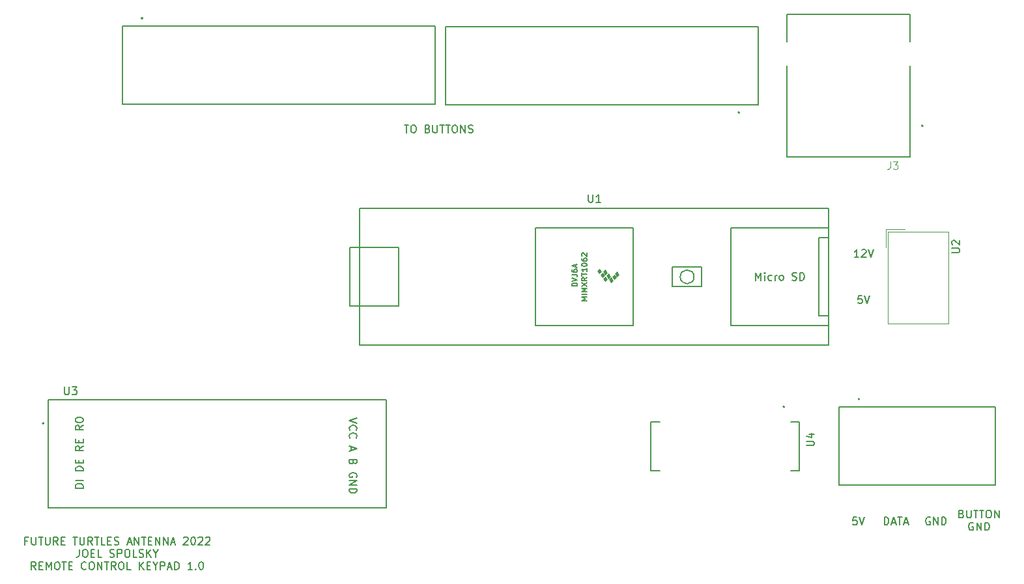
<source format=gbr>
G04 #@! TF.GenerationSoftware,KiCad,Pcbnew,(6.0.5-0)*
G04 #@! TF.CreationDate,2022-05-20T18:14:10-04:00*
G04 #@! TF.ProjectId,AntennaRemoteButtons,416e7465-6e6e-4615-9265-6d6f74654275,rev?*
G04 #@! TF.SameCoordinates,Original*
G04 #@! TF.FileFunction,Legend,Top*
G04 #@! TF.FilePolarity,Positive*
%FSLAX46Y46*%
G04 Gerber Fmt 4.6, Leading zero omitted, Abs format (unit mm)*
G04 Created by KiCad (PCBNEW (6.0.5-0)) date 2022-05-20 18:14:10*
%MOMM*%
%LPD*%
G01*
G04 APERTURE LIST*
%ADD10C,0.150000*%
%ADD11C,0.015000*%
%ADD12C,0.127000*%
%ADD13C,0.200000*%
%ADD14C,0.120000*%
%ADD15C,0.100000*%
G04 APERTURE END LIST*
D10*
X87147619Y-82371428D02*
X86147619Y-82704761D01*
X87147619Y-83038095D01*
X86242857Y-83942857D02*
X86195238Y-83895238D01*
X86147619Y-83752380D01*
X86147619Y-83657142D01*
X86195238Y-83514285D01*
X86290476Y-83419047D01*
X86385714Y-83371428D01*
X86576190Y-83323809D01*
X86719047Y-83323809D01*
X86909523Y-83371428D01*
X87004761Y-83419047D01*
X87100000Y-83514285D01*
X87147619Y-83657142D01*
X87147619Y-83752380D01*
X87100000Y-83895238D01*
X87052380Y-83942857D01*
X86242857Y-84942857D02*
X86195238Y-84895238D01*
X86147619Y-84752380D01*
X86147619Y-84657142D01*
X86195238Y-84514285D01*
X86290476Y-84419047D01*
X86385714Y-84371428D01*
X86576190Y-84323809D01*
X86719047Y-84323809D01*
X86909523Y-84371428D01*
X87004761Y-84419047D01*
X87100000Y-84514285D01*
X87147619Y-84657142D01*
X87147619Y-84752380D01*
X87100000Y-84895238D01*
X87052380Y-84942857D01*
X86433333Y-86085714D02*
X86433333Y-86561904D01*
X86147619Y-85990476D02*
X87147619Y-86323809D01*
X86147619Y-86657142D01*
X86671428Y-88085714D02*
X86623809Y-88228571D01*
X86576190Y-88276190D01*
X86480952Y-88323809D01*
X86338095Y-88323809D01*
X86242857Y-88276190D01*
X86195238Y-88228571D01*
X86147619Y-88133333D01*
X86147619Y-87752380D01*
X87147619Y-87752380D01*
X87147619Y-88085714D01*
X87100000Y-88180952D01*
X87052380Y-88228571D01*
X86957142Y-88276190D01*
X86861904Y-88276190D01*
X86766666Y-88228571D01*
X86719047Y-88180952D01*
X86671428Y-88085714D01*
X86671428Y-87752380D01*
X87100000Y-90038095D02*
X87147619Y-89942857D01*
X87147619Y-89800000D01*
X87100000Y-89657142D01*
X87004761Y-89561904D01*
X86909523Y-89514285D01*
X86719047Y-89466666D01*
X86576190Y-89466666D01*
X86385714Y-89514285D01*
X86290476Y-89561904D01*
X86195238Y-89657142D01*
X86147619Y-89800000D01*
X86147619Y-89895238D01*
X86195238Y-90038095D01*
X86242857Y-90085714D01*
X86576190Y-90085714D01*
X86576190Y-89895238D01*
X86147619Y-90514285D02*
X87147619Y-90514285D01*
X86147619Y-91085714D01*
X87147619Y-91085714D01*
X86147619Y-91561904D02*
X87147619Y-91561904D01*
X87147619Y-91800000D01*
X87100000Y-91942857D01*
X87004761Y-92038095D01*
X86909523Y-92085714D01*
X86719047Y-92133333D01*
X86576190Y-92133333D01*
X86385714Y-92085714D01*
X86290476Y-92038095D01*
X86195238Y-91942857D01*
X86147619Y-91800000D01*
X86147619Y-91561904D01*
X51552380Y-91471428D02*
X50552380Y-91471428D01*
X50552380Y-91233333D01*
X50600000Y-91090476D01*
X50695238Y-90995238D01*
X50790476Y-90947619D01*
X50980952Y-90900000D01*
X51123809Y-90900000D01*
X51314285Y-90947619D01*
X51409523Y-90995238D01*
X51504761Y-91090476D01*
X51552380Y-91233333D01*
X51552380Y-91471428D01*
X51552380Y-90471428D02*
X50552380Y-90471428D01*
X51552380Y-89233333D02*
X50552380Y-89233333D01*
X50552380Y-88995238D01*
X50600000Y-88852380D01*
X50695238Y-88757142D01*
X50790476Y-88709523D01*
X50980952Y-88661904D01*
X51123809Y-88661904D01*
X51314285Y-88709523D01*
X51409523Y-88757142D01*
X51504761Y-88852380D01*
X51552380Y-88995238D01*
X51552380Y-89233333D01*
X51028571Y-88233333D02*
X51028571Y-87900000D01*
X51552380Y-87757142D02*
X51552380Y-88233333D01*
X50552380Y-88233333D01*
X50552380Y-87757142D01*
X51552380Y-85995238D02*
X51076190Y-86328571D01*
X51552380Y-86566666D02*
X50552380Y-86566666D01*
X50552380Y-86185714D01*
X50600000Y-86090476D01*
X50647619Y-86042857D01*
X50742857Y-85995238D01*
X50885714Y-85995238D01*
X50980952Y-86042857D01*
X51028571Y-86090476D01*
X51076190Y-86185714D01*
X51076190Y-86566666D01*
X51028571Y-85566666D02*
X51028571Y-85233333D01*
X51552380Y-85090476D02*
X51552380Y-85566666D01*
X50552380Y-85566666D01*
X50552380Y-85090476D01*
X51552380Y-83328571D02*
X51076190Y-83661904D01*
X51552380Y-83900000D02*
X50552380Y-83900000D01*
X50552380Y-83519047D01*
X50600000Y-83423809D01*
X50647619Y-83376190D01*
X50742857Y-83328571D01*
X50885714Y-83328571D01*
X50980952Y-83376190D01*
X51028571Y-83423809D01*
X51076190Y-83519047D01*
X51076190Y-83900000D01*
X50552380Y-82709523D02*
X50552380Y-82519047D01*
X50600000Y-82423809D01*
X50695238Y-82328571D01*
X50885714Y-82280952D01*
X51219047Y-82280952D01*
X51409523Y-82328571D01*
X51504761Y-82423809D01*
X51552380Y-82519047D01*
X51552380Y-82709523D01*
X51504761Y-82804761D01*
X51409523Y-82900000D01*
X51219047Y-82947619D01*
X50885714Y-82947619D01*
X50695238Y-82900000D01*
X50600000Y-82804761D01*
X50552380Y-82709523D01*
X165738095Y-94823571D02*
X165880952Y-94871190D01*
X165928571Y-94918809D01*
X165976190Y-95014047D01*
X165976190Y-95156904D01*
X165928571Y-95252142D01*
X165880952Y-95299761D01*
X165785714Y-95347380D01*
X165404761Y-95347380D01*
X165404761Y-94347380D01*
X165738095Y-94347380D01*
X165833333Y-94395000D01*
X165880952Y-94442619D01*
X165928571Y-94537857D01*
X165928571Y-94633095D01*
X165880952Y-94728333D01*
X165833333Y-94775952D01*
X165738095Y-94823571D01*
X165404761Y-94823571D01*
X166404761Y-94347380D02*
X166404761Y-95156904D01*
X166452380Y-95252142D01*
X166500000Y-95299761D01*
X166595238Y-95347380D01*
X166785714Y-95347380D01*
X166880952Y-95299761D01*
X166928571Y-95252142D01*
X166976190Y-95156904D01*
X166976190Y-94347380D01*
X167309523Y-94347380D02*
X167880952Y-94347380D01*
X167595238Y-95347380D02*
X167595238Y-94347380D01*
X168071428Y-94347380D02*
X168642857Y-94347380D01*
X168357142Y-95347380D02*
X168357142Y-94347380D01*
X169166666Y-94347380D02*
X169357142Y-94347380D01*
X169452380Y-94395000D01*
X169547619Y-94490238D01*
X169595238Y-94680714D01*
X169595238Y-95014047D01*
X169547619Y-95204523D01*
X169452380Y-95299761D01*
X169357142Y-95347380D01*
X169166666Y-95347380D01*
X169071428Y-95299761D01*
X168976190Y-95204523D01*
X168928571Y-95014047D01*
X168928571Y-94680714D01*
X168976190Y-94490238D01*
X169071428Y-94395000D01*
X169166666Y-94347380D01*
X170023809Y-95347380D02*
X170023809Y-94347380D01*
X170595238Y-95347380D01*
X170595238Y-94347380D01*
X167238095Y-96005000D02*
X167142857Y-95957380D01*
X167000000Y-95957380D01*
X166857142Y-96005000D01*
X166761904Y-96100238D01*
X166714285Y-96195476D01*
X166666666Y-96385952D01*
X166666666Y-96528809D01*
X166714285Y-96719285D01*
X166761904Y-96814523D01*
X166857142Y-96909761D01*
X167000000Y-96957380D01*
X167095238Y-96957380D01*
X167238095Y-96909761D01*
X167285714Y-96862142D01*
X167285714Y-96528809D01*
X167095238Y-96528809D01*
X167714285Y-96957380D02*
X167714285Y-95957380D01*
X168285714Y-96957380D01*
X168285714Y-95957380D01*
X168761904Y-96957380D02*
X168761904Y-95957380D01*
X169000000Y-95957380D01*
X169142857Y-96005000D01*
X169238095Y-96100238D01*
X169285714Y-96195476D01*
X169333333Y-96385952D01*
X169333333Y-96528809D01*
X169285714Y-96719285D01*
X169238095Y-96814523D01*
X169142857Y-96909761D01*
X169000000Y-96957380D01*
X168761904Y-96957380D01*
X155700000Y-96252380D02*
X155700000Y-95252380D01*
X155938095Y-95252380D01*
X156080952Y-95300000D01*
X156176190Y-95395238D01*
X156223809Y-95490476D01*
X156271428Y-95680952D01*
X156271428Y-95823809D01*
X156223809Y-96014285D01*
X156176190Y-96109523D01*
X156080952Y-96204761D01*
X155938095Y-96252380D01*
X155700000Y-96252380D01*
X156652380Y-95966666D02*
X157128571Y-95966666D01*
X156557142Y-96252380D02*
X156890476Y-95252380D01*
X157223809Y-96252380D01*
X157414285Y-95252380D02*
X157985714Y-95252380D01*
X157700000Y-96252380D02*
X157700000Y-95252380D01*
X158271428Y-95966666D02*
X158747619Y-95966666D01*
X158176190Y-96252380D02*
X158509523Y-95252380D01*
X158842857Y-96252380D01*
X161638095Y-95300000D02*
X161542857Y-95252380D01*
X161400000Y-95252380D01*
X161257142Y-95300000D01*
X161161904Y-95395238D01*
X161114285Y-95490476D01*
X161066666Y-95680952D01*
X161066666Y-95823809D01*
X161114285Y-96014285D01*
X161161904Y-96109523D01*
X161257142Y-96204761D01*
X161400000Y-96252380D01*
X161495238Y-96252380D01*
X161638095Y-96204761D01*
X161685714Y-96157142D01*
X161685714Y-95823809D01*
X161495238Y-95823809D01*
X162114285Y-96252380D02*
X162114285Y-95252380D01*
X162685714Y-96252380D01*
X162685714Y-95252380D01*
X163161904Y-96252380D02*
X163161904Y-95252380D01*
X163400000Y-95252380D01*
X163542857Y-95300000D01*
X163638095Y-95395238D01*
X163685714Y-95490476D01*
X163733333Y-95680952D01*
X163733333Y-95823809D01*
X163685714Y-96014285D01*
X163638095Y-96109523D01*
X163542857Y-96204761D01*
X163400000Y-96252380D01*
X163161904Y-96252380D01*
X152109523Y-95252380D02*
X151633333Y-95252380D01*
X151585714Y-95728571D01*
X151633333Y-95680952D01*
X151728571Y-95633333D01*
X151966666Y-95633333D01*
X152061904Y-95680952D01*
X152109523Y-95728571D01*
X152157142Y-95823809D01*
X152157142Y-96061904D01*
X152109523Y-96157142D01*
X152061904Y-96204761D01*
X151966666Y-96252380D01*
X151728571Y-96252380D01*
X151633333Y-96204761D01*
X151585714Y-96157142D01*
X152442857Y-95252380D02*
X152776190Y-96252380D01*
X153109523Y-95252380D01*
X93300000Y-44252380D02*
X93871428Y-44252380D01*
X93585714Y-45252380D02*
X93585714Y-44252380D01*
X94395238Y-44252380D02*
X94585714Y-44252380D01*
X94680952Y-44300000D01*
X94776190Y-44395238D01*
X94823809Y-44585714D01*
X94823809Y-44919047D01*
X94776190Y-45109523D01*
X94680952Y-45204761D01*
X94585714Y-45252380D01*
X94395238Y-45252380D01*
X94300000Y-45204761D01*
X94204761Y-45109523D01*
X94157142Y-44919047D01*
X94157142Y-44585714D01*
X94204761Y-44395238D01*
X94300000Y-44300000D01*
X94395238Y-44252380D01*
X96347619Y-44728571D02*
X96490476Y-44776190D01*
X96538095Y-44823809D01*
X96585714Y-44919047D01*
X96585714Y-45061904D01*
X96538095Y-45157142D01*
X96490476Y-45204761D01*
X96395238Y-45252380D01*
X96014285Y-45252380D01*
X96014285Y-44252380D01*
X96347619Y-44252380D01*
X96442857Y-44300000D01*
X96490476Y-44347619D01*
X96538095Y-44442857D01*
X96538095Y-44538095D01*
X96490476Y-44633333D01*
X96442857Y-44680952D01*
X96347619Y-44728571D01*
X96014285Y-44728571D01*
X97014285Y-44252380D02*
X97014285Y-45061904D01*
X97061904Y-45157142D01*
X97109523Y-45204761D01*
X97204761Y-45252380D01*
X97395238Y-45252380D01*
X97490476Y-45204761D01*
X97538095Y-45157142D01*
X97585714Y-45061904D01*
X97585714Y-44252380D01*
X97919047Y-44252380D02*
X98490476Y-44252380D01*
X98204761Y-45252380D02*
X98204761Y-44252380D01*
X98680952Y-44252380D02*
X99252380Y-44252380D01*
X98966666Y-45252380D02*
X98966666Y-44252380D01*
X99776190Y-44252380D02*
X99966666Y-44252380D01*
X100061904Y-44300000D01*
X100157142Y-44395238D01*
X100204761Y-44585714D01*
X100204761Y-44919047D01*
X100157142Y-45109523D01*
X100061904Y-45204761D01*
X99966666Y-45252380D01*
X99776190Y-45252380D01*
X99680952Y-45204761D01*
X99585714Y-45109523D01*
X99538095Y-44919047D01*
X99538095Y-44585714D01*
X99585714Y-44395238D01*
X99680952Y-44300000D01*
X99776190Y-44252380D01*
X100633333Y-45252380D02*
X100633333Y-44252380D01*
X101204761Y-45252380D01*
X101204761Y-44252380D01*
X101633333Y-45204761D02*
X101776190Y-45252380D01*
X102014285Y-45252380D01*
X102109523Y-45204761D01*
X102157142Y-45157142D01*
X102204761Y-45061904D01*
X102204761Y-44966666D01*
X102157142Y-44871428D01*
X102109523Y-44823809D01*
X102014285Y-44776190D01*
X101823809Y-44728571D01*
X101728571Y-44680952D01*
X101680952Y-44633333D01*
X101633333Y-44538095D01*
X101633333Y-44442857D01*
X101680952Y-44347619D01*
X101728571Y-44300000D01*
X101823809Y-44252380D01*
X102061904Y-44252380D01*
X102204761Y-44300000D01*
X152809523Y-66452380D02*
X152333333Y-66452380D01*
X152285714Y-66928571D01*
X152333333Y-66880952D01*
X152428571Y-66833333D01*
X152666666Y-66833333D01*
X152761904Y-66880952D01*
X152809523Y-66928571D01*
X152857142Y-67023809D01*
X152857142Y-67261904D01*
X152809523Y-67357142D01*
X152761904Y-67404761D01*
X152666666Y-67452380D01*
X152428571Y-67452380D01*
X152333333Y-67404761D01*
X152285714Y-67357142D01*
X153142857Y-66452380D02*
X153476190Y-67452380D01*
X153809523Y-66452380D01*
X152380952Y-61452380D02*
X151809523Y-61452380D01*
X152095238Y-61452380D02*
X152095238Y-60452380D01*
X152000000Y-60595238D01*
X151904761Y-60690476D01*
X151809523Y-60738095D01*
X152761904Y-60547619D02*
X152809523Y-60500000D01*
X152904761Y-60452380D01*
X153142857Y-60452380D01*
X153238095Y-60500000D01*
X153285714Y-60547619D01*
X153333333Y-60642857D01*
X153333333Y-60738095D01*
X153285714Y-60880952D01*
X152714285Y-61452380D01*
X153333333Y-61452380D01*
X153619047Y-60452380D02*
X153952380Y-61452380D01*
X154285714Y-60452380D01*
X44333333Y-98318571D02*
X44000000Y-98318571D01*
X44000000Y-98842380D02*
X44000000Y-97842380D01*
X44476190Y-97842380D01*
X44857142Y-97842380D02*
X44857142Y-98651904D01*
X44904761Y-98747142D01*
X44952380Y-98794761D01*
X45047619Y-98842380D01*
X45238095Y-98842380D01*
X45333333Y-98794761D01*
X45380952Y-98747142D01*
X45428571Y-98651904D01*
X45428571Y-97842380D01*
X45761904Y-97842380D02*
X46333333Y-97842380D01*
X46047619Y-98842380D02*
X46047619Y-97842380D01*
X46666666Y-97842380D02*
X46666666Y-98651904D01*
X46714285Y-98747142D01*
X46761904Y-98794761D01*
X46857142Y-98842380D01*
X47047619Y-98842380D01*
X47142857Y-98794761D01*
X47190476Y-98747142D01*
X47238095Y-98651904D01*
X47238095Y-97842380D01*
X48285714Y-98842380D02*
X47952380Y-98366190D01*
X47714285Y-98842380D02*
X47714285Y-97842380D01*
X48095238Y-97842380D01*
X48190476Y-97890000D01*
X48238095Y-97937619D01*
X48285714Y-98032857D01*
X48285714Y-98175714D01*
X48238095Y-98270952D01*
X48190476Y-98318571D01*
X48095238Y-98366190D01*
X47714285Y-98366190D01*
X48714285Y-98318571D02*
X49047619Y-98318571D01*
X49190476Y-98842380D02*
X48714285Y-98842380D01*
X48714285Y-97842380D01*
X49190476Y-97842380D01*
X50238095Y-97842380D02*
X50809523Y-97842380D01*
X50523809Y-98842380D02*
X50523809Y-97842380D01*
X51142857Y-97842380D02*
X51142857Y-98651904D01*
X51190476Y-98747142D01*
X51238095Y-98794761D01*
X51333333Y-98842380D01*
X51523809Y-98842380D01*
X51619047Y-98794761D01*
X51666666Y-98747142D01*
X51714285Y-98651904D01*
X51714285Y-97842380D01*
X52761904Y-98842380D02*
X52428571Y-98366190D01*
X52190476Y-98842380D02*
X52190476Y-97842380D01*
X52571428Y-97842380D01*
X52666666Y-97890000D01*
X52714285Y-97937619D01*
X52761904Y-98032857D01*
X52761904Y-98175714D01*
X52714285Y-98270952D01*
X52666666Y-98318571D01*
X52571428Y-98366190D01*
X52190476Y-98366190D01*
X53047619Y-97842380D02*
X53619047Y-97842380D01*
X53333333Y-98842380D02*
X53333333Y-97842380D01*
X54428571Y-98842380D02*
X53952380Y-98842380D01*
X53952380Y-97842380D01*
X54761904Y-98318571D02*
X55095238Y-98318571D01*
X55238095Y-98842380D02*
X54761904Y-98842380D01*
X54761904Y-97842380D01*
X55238095Y-97842380D01*
X55619047Y-98794761D02*
X55761904Y-98842380D01*
X56000000Y-98842380D01*
X56095238Y-98794761D01*
X56142857Y-98747142D01*
X56190476Y-98651904D01*
X56190476Y-98556666D01*
X56142857Y-98461428D01*
X56095238Y-98413809D01*
X56000000Y-98366190D01*
X55809523Y-98318571D01*
X55714285Y-98270952D01*
X55666666Y-98223333D01*
X55619047Y-98128095D01*
X55619047Y-98032857D01*
X55666666Y-97937619D01*
X55714285Y-97890000D01*
X55809523Y-97842380D01*
X56047619Y-97842380D01*
X56190476Y-97890000D01*
X57333333Y-98556666D02*
X57809523Y-98556666D01*
X57238095Y-98842380D02*
X57571428Y-97842380D01*
X57904761Y-98842380D01*
X58238095Y-98842380D02*
X58238095Y-97842380D01*
X58809523Y-98842380D01*
X58809523Y-97842380D01*
X59142857Y-97842380D02*
X59714285Y-97842380D01*
X59428571Y-98842380D02*
X59428571Y-97842380D01*
X60047619Y-98318571D02*
X60380952Y-98318571D01*
X60523809Y-98842380D02*
X60047619Y-98842380D01*
X60047619Y-97842380D01*
X60523809Y-97842380D01*
X60952380Y-98842380D02*
X60952380Y-97842380D01*
X61523809Y-98842380D01*
X61523809Y-97842380D01*
X62000000Y-98842380D02*
X62000000Y-97842380D01*
X62571428Y-98842380D01*
X62571428Y-97842380D01*
X63000000Y-98556666D02*
X63476190Y-98556666D01*
X62904761Y-98842380D02*
X63238095Y-97842380D01*
X63571428Y-98842380D01*
X64619047Y-97937619D02*
X64666666Y-97890000D01*
X64761904Y-97842380D01*
X65000000Y-97842380D01*
X65095238Y-97890000D01*
X65142857Y-97937619D01*
X65190476Y-98032857D01*
X65190476Y-98128095D01*
X65142857Y-98270952D01*
X64571428Y-98842380D01*
X65190476Y-98842380D01*
X65809523Y-97842380D02*
X65904761Y-97842380D01*
X66000000Y-97890000D01*
X66047619Y-97937619D01*
X66095238Y-98032857D01*
X66142857Y-98223333D01*
X66142857Y-98461428D01*
X66095238Y-98651904D01*
X66047619Y-98747142D01*
X66000000Y-98794761D01*
X65904761Y-98842380D01*
X65809523Y-98842380D01*
X65714285Y-98794761D01*
X65666666Y-98747142D01*
X65619047Y-98651904D01*
X65571428Y-98461428D01*
X65571428Y-98223333D01*
X65619047Y-98032857D01*
X65666666Y-97937619D01*
X65714285Y-97890000D01*
X65809523Y-97842380D01*
X66523809Y-97937619D02*
X66571428Y-97890000D01*
X66666666Y-97842380D01*
X66904761Y-97842380D01*
X67000000Y-97890000D01*
X67047619Y-97937619D01*
X67095238Y-98032857D01*
X67095238Y-98128095D01*
X67047619Y-98270952D01*
X66476190Y-98842380D01*
X67095238Y-98842380D01*
X67476190Y-97937619D02*
X67523809Y-97890000D01*
X67619047Y-97842380D01*
X67857142Y-97842380D01*
X67952380Y-97890000D01*
X68000000Y-97937619D01*
X68047619Y-98032857D01*
X68047619Y-98128095D01*
X68000000Y-98270952D01*
X67428571Y-98842380D01*
X68047619Y-98842380D01*
X51071428Y-99452380D02*
X51071428Y-100166666D01*
X51023809Y-100309523D01*
X50928571Y-100404761D01*
X50785714Y-100452380D01*
X50690476Y-100452380D01*
X51738095Y-99452380D02*
X51928571Y-99452380D01*
X52023809Y-99500000D01*
X52119047Y-99595238D01*
X52166666Y-99785714D01*
X52166666Y-100119047D01*
X52119047Y-100309523D01*
X52023809Y-100404761D01*
X51928571Y-100452380D01*
X51738095Y-100452380D01*
X51642857Y-100404761D01*
X51547619Y-100309523D01*
X51500000Y-100119047D01*
X51500000Y-99785714D01*
X51547619Y-99595238D01*
X51642857Y-99500000D01*
X51738095Y-99452380D01*
X52595238Y-99928571D02*
X52928571Y-99928571D01*
X53071428Y-100452380D02*
X52595238Y-100452380D01*
X52595238Y-99452380D01*
X53071428Y-99452380D01*
X53976190Y-100452380D02*
X53500000Y-100452380D01*
X53500000Y-99452380D01*
X55023809Y-100404761D02*
X55166666Y-100452380D01*
X55404761Y-100452380D01*
X55500000Y-100404761D01*
X55547619Y-100357142D01*
X55595238Y-100261904D01*
X55595238Y-100166666D01*
X55547619Y-100071428D01*
X55500000Y-100023809D01*
X55404761Y-99976190D01*
X55214285Y-99928571D01*
X55119047Y-99880952D01*
X55071428Y-99833333D01*
X55023809Y-99738095D01*
X55023809Y-99642857D01*
X55071428Y-99547619D01*
X55119047Y-99500000D01*
X55214285Y-99452380D01*
X55452380Y-99452380D01*
X55595238Y-99500000D01*
X56023809Y-100452380D02*
X56023809Y-99452380D01*
X56404761Y-99452380D01*
X56500000Y-99500000D01*
X56547619Y-99547619D01*
X56595238Y-99642857D01*
X56595238Y-99785714D01*
X56547619Y-99880952D01*
X56500000Y-99928571D01*
X56404761Y-99976190D01*
X56023809Y-99976190D01*
X57214285Y-99452380D02*
X57404761Y-99452380D01*
X57500000Y-99500000D01*
X57595238Y-99595238D01*
X57642857Y-99785714D01*
X57642857Y-100119047D01*
X57595238Y-100309523D01*
X57500000Y-100404761D01*
X57404761Y-100452380D01*
X57214285Y-100452380D01*
X57119047Y-100404761D01*
X57023809Y-100309523D01*
X56976190Y-100119047D01*
X56976190Y-99785714D01*
X57023809Y-99595238D01*
X57119047Y-99500000D01*
X57214285Y-99452380D01*
X58547619Y-100452380D02*
X58071428Y-100452380D01*
X58071428Y-99452380D01*
X58833333Y-100404761D02*
X58976190Y-100452380D01*
X59214285Y-100452380D01*
X59309523Y-100404761D01*
X59357142Y-100357142D01*
X59404761Y-100261904D01*
X59404761Y-100166666D01*
X59357142Y-100071428D01*
X59309523Y-100023809D01*
X59214285Y-99976190D01*
X59023809Y-99928571D01*
X58928571Y-99880952D01*
X58880952Y-99833333D01*
X58833333Y-99738095D01*
X58833333Y-99642857D01*
X58880952Y-99547619D01*
X58928571Y-99500000D01*
X59023809Y-99452380D01*
X59261904Y-99452380D01*
X59404761Y-99500000D01*
X59833333Y-100452380D02*
X59833333Y-99452380D01*
X60404761Y-100452380D02*
X59976190Y-99880952D01*
X60404761Y-99452380D02*
X59833333Y-100023809D01*
X61023809Y-99976190D02*
X61023809Y-100452380D01*
X60690476Y-99452380D02*
X61023809Y-99976190D01*
X61357142Y-99452380D01*
X45428571Y-102062380D02*
X45095238Y-101586190D01*
X44857142Y-102062380D02*
X44857142Y-101062380D01*
X45238095Y-101062380D01*
X45333333Y-101110000D01*
X45380952Y-101157619D01*
X45428571Y-101252857D01*
X45428571Y-101395714D01*
X45380952Y-101490952D01*
X45333333Y-101538571D01*
X45238095Y-101586190D01*
X44857142Y-101586190D01*
X45857142Y-101538571D02*
X46190476Y-101538571D01*
X46333333Y-102062380D02*
X45857142Y-102062380D01*
X45857142Y-101062380D01*
X46333333Y-101062380D01*
X46761904Y-102062380D02*
X46761904Y-101062380D01*
X47095238Y-101776666D01*
X47428571Y-101062380D01*
X47428571Y-102062380D01*
X48095238Y-101062380D02*
X48285714Y-101062380D01*
X48380952Y-101110000D01*
X48476190Y-101205238D01*
X48523809Y-101395714D01*
X48523809Y-101729047D01*
X48476190Y-101919523D01*
X48380952Y-102014761D01*
X48285714Y-102062380D01*
X48095238Y-102062380D01*
X48000000Y-102014761D01*
X47904761Y-101919523D01*
X47857142Y-101729047D01*
X47857142Y-101395714D01*
X47904761Y-101205238D01*
X48000000Y-101110000D01*
X48095238Y-101062380D01*
X48809523Y-101062380D02*
X49380952Y-101062380D01*
X49095238Y-102062380D02*
X49095238Y-101062380D01*
X49714285Y-101538571D02*
X50047619Y-101538571D01*
X50190476Y-102062380D02*
X49714285Y-102062380D01*
X49714285Y-101062380D01*
X50190476Y-101062380D01*
X51952380Y-101967142D02*
X51904761Y-102014761D01*
X51761904Y-102062380D01*
X51666666Y-102062380D01*
X51523809Y-102014761D01*
X51428571Y-101919523D01*
X51380952Y-101824285D01*
X51333333Y-101633809D01*
X51333333Y-101490952D01*
X51380952Y-101300476D01*
X51428571Y-101205238D01*
X51523809Y-101110000D01*
X51666666Y-101062380D01*
X51761904Y-101062380D01*
X51904761Y-101110000D01*
X51952380Y-101157619D01*
X52571428Y-101062380D02*
X52761904Y-101062380D01*
X52857142Y-101110000D01*
X52952380Y-101205238D01*
X53000000Y-101395714D01*
X53000000Y-101729047D01*
X52952380Y-101919523D01*
X52857142Y-102014761D01*
X52761904Y-102062380D01*
X52571428Y-102062380D01*
X52476190Y-102014761D01*
X52380952Y-101919523D01*
X52333333Y-101729047D01*
X52333333Y-101395714D01*
X52380952Y-101205238D01*
X52476190Y-101110000D01*
X52571428Y-101062380D01*
X53428571Y-102062380D02*
X53428571Y-101062380D01*
X54000000Y-102062380D01*
X54000000Y-101062380D01*
X54333333Y-101062380D02*
X54904761Y-101062380D01*
X54619047Y-102062380D02*
X54619047Y-101062380D01*
X55809523Y-102062380D02*
X55476190Y-101586190D01*
X55238095Y-102062380D02*
X55238095Y-101062380D01*
X55619047Y-101062380D01*
X55714285Y-101110000D01*
X55761904Y-101157619D01*
X55809523Y-101252857D01*
X55809523Y-101395714D01*
X55761904Y-101490952D01*
X55714285Y-101538571D01*
X55619047Y-101586190D01*
X55238095Y-101586190D01*
X56428571Y-101062380D02*
X56619047Y-101062380D01*
X56714285Y-101110000D01*
X56809523Y-101205238D01*
X56857142Y-101395714D01*
X56857142Y-101729047D01*
X56809523Y-101919523D01*
X56714285Y-102014761D01*
X56619047Y-102062380D01*
X56428571Y-102062380D01*
X56333333Y-102014761D01*
X56238095Y-101919523D01*
X56190476Y-101729047D01*
X56190476Y-101395714D01*
X56238095Y-101205238D01*
X56333333Y-101110000D01*
X56428571Y-101062380D01*
X57761904Y-102062380D02*
X57285714Y-102062380D01*
X57285714Y-101062380D01*
X58857142Y-102062380D02*
X58857142Y-101062380D01*
X59428571Y-102062380D02*
X59000000Y-101490952D01*
X59428571Y-101062380D02*
X58857142Y-101633809D01*
X59857142Y-101538571D02*
X60190476Y-101538571D01*
X60333333Y-102062380D02*
X59857142Y-102062380D01*
X59857142Y-101062380D01*
X60333333Y-101062380D01*
X60952380Y-101586190D02*
X60952380Y-102062380D01*
X60619047Y-101062380D02*
X60952380Y-101586190D01*
X61285714Y-101062380D01*
X61619047Y-102062380D02*
X61619047Y-101062380D01*
X62000000Y-101062380D01*
X62095238Y-101110000D01*
X62142857Y-101157619D01*
X62190476Y-101252857D01*
X62190476Y-101395714D01*
X62142857Y-101490952D01*
X62095238Y-101538571D01*
X62000000Y-101586190D01*
X61619047Y-101586190D01*
X62571428Y-101776666D02*
X63047619Y-101776666D01*
X62476190Y-102062380D02*
X62809523Y-101062380D01*
X63142857Y-102062380D01*
X63476190Y-102062380D02*
X63476190Y-101062380D01*
X63714285Y-101062380D01*
X63857142Y-101110000D01*
X63952380Y-101205238D01*
X64000000Y-101300476D01*
X64047619Y-101490952D01*
X64047619Y-101633809D01*
X64000000Y-101824285D01*
X63952380Y-101919523D01*
X63857142Y-102014761D01*
X63714285Y-102062380D01*
X63476190Y-102062380D01*
X65761904Y-102062380D02*
X65190476Y-102062380D01*
X65476190Y-102062380D02*
X65476190Y-101062380D01*
X65380952Y-101205238D01*
X65285714Y-101300476D01*
X65190476Y-101348095D01*
X66190476Y-101967142D02*
X66238095Y-102014761D01*
X66190476Y-102062380D01*
X66142857Y-102014761D01*
X66190476Y-101967142D01*
X66190476Y-102062380D01*
X66857142Y-101062380D02*
X66952380Y-101062380D01*
X67047619Y-101110000D01*
X67095238Y-101157619D01*
X67142857Y-101252857D01*
X67190476Y-101443333D01*
X67190476Y-101681428D01*
X67142857Y-101871904D01*
X67095238Y-101967142D01*
X67047619Y-102014761D01*
X66952380Y-102062380D01*
X66857142Y-102062380D01*
X66761904Y-102014761D01*
X66714285Y-101967142D01*
X66666666Y-101871904D01*
X66619047Y-101681428D01*
X66619047Y-101443333D01*
X66666666Y-101252857D01*
X66714285Y-101157619D01*
X66761904Y-101110000D01*
X66857142Y-101062380D01*
G04 #@! TO.C,U4*
X145587380Y-85936904D02*
X146396904Y-85936904D01*
X146492142Y-85889285D01*
X146539761Y-85841666D01*
X146587380Y-85746428D01*
X146587380Y-85555952D01*
X146539761Y-85460714D01*
X146492142Y-85413095D01*
X146396904Y-85365476D01*
X145587380Y-85365476D01*
X145920714Y-84460714D02*
X146587380Y-84460714D01*
X145539761Y-84698809D02*
X146254047Y-84936904D01*
X146254047Y-84317857D01*
G04 #@! TO.C,U3*
X49163095Y-78317380D02*
X49163095Y-79126904D01*
X49210714Y-79222142D01*
X49258333Y-79269761D01*
X49353571Y-79317380D01*
X49544047Y-79317380D01*
X49639285Y-79269761D01*
X49686904Y-79222142D01*
X49734523Y-79126904D01*
X49734523Y-78317380D01*
X50115476Y-78317380D02*
X50734523Y-78317380D01*
X50401190Y-78698333D01*
X50544047Y-78698333D01*
X50639285Y-78745952D01*
X50686904Y-78793571D01*
X50734523Y-78888809D01*
X50734523Y-79126904D01*
X50686904Y-79222142D01*
X50639285Y-79269761D01*
X50544047Y-79317380D01*
X50258333Y-79317380D01*
X50163095Y-79269761D01*
X50115476Y-79222142D01*
G04 #@! TO.C,U2*
X164479880Y-60829404D02*
X165289404Y-60829404D01*
X165384642Y-60781785D01*
X165432261Y-60734166D01*
X165479880Y-60638928D01*
X165479880Y-60448452D01*
X165432261Y-60353214D01*
X165384642Y-60305595D01*
X165289404Y-60257976D01*
X164479880Y-60257976D01*
X164575119Y-59829404D02*
X164527500Y-59781785D01*
X164479880Y-59686547D01*
X164479880Y-59448452D01*
X164527500Y-59353214D01*
X164575119Y-59305595D01*
X164670357Y-59257976D01*
X164765595Y-59257976D01*
X164908452Y-59305595D01*
X165479880Y-59877023D01*
X165479880Y-59257976D01*
G04 #@! TO.C,U1*
X117238095Y-53292380D02*
X117238095Y-54101904D01*
X117285714Y-54197142D01*
X117333333Y-54244761D01*
X117428571Y-54292380D01*
X117619047Y-54292380D01*
X117714285Y-54244761D01*
X117761904Y-54197142D01*
X117809523Y-54101904D01*
X117809523Y-53292380D01*
X118809523Y-54292380D02*
X118238095Y-54292380D01*
X118523809Y-54292380D02*
X118523809Y-53292380D01*
X118428571Y-53435238D01*
X118333333Y-53530476D01*
X118238095Y-53578095D01*
X139010952Y-64452380D02*
X139010952Y-63452380D01*
X139344285Y-64166666D01*
X139677619Y-63452380D01*
X139677619Y-64452380D01*
X140153809Y-64452380D02*
X140153809Y-63785714D01*
X140153809Y-63452380D02*
X140106190Y-63500000D01*
X140153809Y-63547619D01*
X140201428Y-63500000D01*
X140153809Y-63452380D01*
X140153809Y-63547619D01*
X141058571Y-64404761D02*
X140963333Y-64452380D01*
X140772857Y-64452380D01*
X140677619Y-64404761D01*
X140630000Y-64357142D01*
X140582380Y-64261904D01*
X140582380Y-63976190D01*
X140630000Y-63880952D01*
X140677619Y-63833333D01*
X140772857Y-63785714D01*
X140963333Y-63785714D01*
X141058571Y-63833333D01*
X141487142Y-64452380D02*
X141487142Y-63785714D01*
X141487142Y-63976190D02*
X141534761Y-63880952D01*
X141582380Y-63833333D01*
X141677619Y-63785714D01*
X141772857Y-63785714D01*
X142249047Y-64452380D02*
X142153809Y-64404761D01*
X142106190Y-64357142D01*
X142058571Y-64261904D01*
X142058571Y-63976190D01*
X142106190Y-63880952D01*
X142153809Y-63833333D01*
X142249047Y-63785714D01*
X142391904Y-63785714D01*
X142487142Y-63833333D01*
X142534761Y-63880952D01*
X142582380Y-63976190D01*
X142582380Y-64261904D01*
X142534761Y-64357142D01*
X142487142Y-64404761D01*
X142391904Y-64452380D01*
X142249047Y-64452380D01*
X143725238Y-64404761D02*
X143868095Y-64452380D01*
X144106190Y-64452380D01*
X144201428Y-64404761D01*
X144249047Y-64357142D01*
X144296666Y-64261904D01*
X144296666Y-64166666D01*
X144249047Y-64071428D01*
X144201428Y-64023809D01*
X144106190Y-63976190D01*
X143915714Y-63928571D01*
X143820476Y-63880952D01*
X143772857Y-63833333D01*
X143725238Y-63738095D01*
X143725238Y-63642857D01*
X143772857Y-63547619D01*
X143820476Y-63500000D01*
X143915714Y-63452380D01*
X144153809Y-63452380D01*
X144296666Y-63500000D01*
X144725238Y-64452380D02*
X144725238Y-63452380D01*
X144963333Y-63452380D01*
X145106190Y-63500000D01*
X145201428Y-63595238D01*
X145249047Y-63690476D01*
X145296666Y-63880952D01*
X145296666Y-64023809D01*
X145249047Y-64214285D01*
X145201428Y-64309523D01*
X145106190Y-64404761D01*
X144963333Y-64452380D01*
X144725238Y-64452380D01*
X117046666Y-67083333D02*
X116346666Y-67083333D01*
X116846666Y-66850000D01*
X116346666Y-66616666D01*
X117046666Y-66616666D01*
X117046666Y-66283333D02*
X116346666Y-66283333D01*
X117046666Y-65950000D02*
X116346666Y-65950000D01*
X116846666Y-65716666D01*
X116346666Y-65483333D01*
X117046666Y-65483333D01*
X116346666Y-65216666D02*
X117046666Y-64750000D01*
X116346666Y-64750000D02*
X117046666Y-65216666D01*
X117046666Y-64083333D02*
X116713333Y-64316666D01*
X117046666Y-64483333D02*
X116346666Y-64483333D01*
X116346666Y-64216666D01*
X116380000Y-64150000D01*
X116413333Y-64116666D01*
X116480000Y-64083333D01*
X116580000Y-64083333D01*
X116646666Y-64116666D01*
X116680000Y-64150000D01*
X116713333Y-64216666D01*
X116713333Y-64483333D01*
X116346666Y-63883333D02*
X116346666Y-63483333D01*
X117046666Y-63683333D02*
X116346666Y-63683333D01*
X117046666Y-62883333D02*
X117046666Y-63283333D01*
X117046666Y-63083333D02*
X116346666Y-63083333D01*
X116446666Y-63150000D01*
X116513333Y-63216666D01*
X116546666Y-63283333D01*
X116346666Y-62450000D02*
X116346666Y-62383333D01*
X116380000Y-62316666D01*
X116413333Y-62283333D01*
X116480000Y-62250000D01*
X116613333Y-62216666D01*
X116780000Y-62216666D01*
X116913333Y-62250000D01*
X116980000Y-62283333D01*
X117013333Y-62316666D01*
X117046666Y-62383333D01*
X117046666Y-62450000D01*
X117013333Y-62516666D01*
X116980000Y-62550000D01*
X116913333Y-62583333D01*
X116780000Y-62616666D01*
X116613333Y-62616666D01*
X116480000Y-62583333D01*
X116413333Y-62550000D01*
X116380000Y-62516666D01*
X116346666Y-62450000D01*
X116346666Y-61616666D02*
X116346666Y-61750000D01*
X116380000Y-61816666D01*
X116413333Y-61850000D01*
X116513333Y-61916666D01*
X116646666Y-61950000D01*
X116913333Y-61950000D01*
X116980000Y-61916666D01*
X117013333Y-61883333D01*
X117046666Y-61816666D01*
X117046666Y-61683333D01*
X117013333Y-61616666D01*
X116980000Y-61583333D01*
X116913333Y-61550000D01*
X116746666Y-61550000D01*
X116680000Y-61583333D01*
X116646666Y-61616666D01*
X116613333Y-61683333D01*
X116613333Y-61816666D01*
X116646666Y-61883333D01*
X116680000Y-61916666D01*
X116746666Y-61950000D01*
X116413333Y-61283333D02*
X116380000Y-61250000D01*
X116346666Y-61183333D01*
X116346666Y-61016666D01*
X116380000Y-60950000D01*
X116413333Y-60916666D01*
X116480000Y-60883333D01*
X116546666Y-60883333D01*
X116646666Y-60916666D01*
X117046666Y-61316666D01*
X117046666Y-60883333D01*
X115776666Y-65203333D02*
X115076666Y-65203333D01*
X115076666Y-65036666D01*
X115110000Y-64936666D01*
X115176666Y-64870000D01*
X115243333Y-64836666D01*
X115376666Y-64803333D01*
X115476666Y-64803333D01*
X115610000Y-64836666D01*
X115676666Y-64870000D01*
X115743333Y-64936666D01*
X115776666Y-65036666D01*
X115776666Y-65203333D01*
X115076666Y-64603333D02*
X115776666Y-64370000D01*
X115076666Y-64136666D01*
X115076666Y-63703333D02*
X115576666Y-63703333D01*
X115676666Y-63736666D01*
X115743333Y-63803333D01*
X115776666Y-63903333D01*
X115776666Y-63970000D01*
X115076666Y-63070000D02*
X115076666Y-63203333D01*
X115110000Y-63270000D01*
X115143333Y-63303333D01*
X115243333Y-63370000D01*
X115376666Y-63403333D01*
X115643333Y-63403333D01*
X115710000Y-63370000D01*
X115743333Y-63336666D01*
X115776666Y-63270000D01*
X115776666Y-63136666D01*
X115743333Y-63070000D01*
X115710000Y-63036666D01*
X115643333Y-63003333D01*
X115476666Y-63003333D01*
X115410000Y-63036666D01*
X115376666Y-63070000D01*
X115343333Y-63136666D01*
X115343333Y-63270000D01*
X115376666Y-63336666D01*
X115410000Y-63370000D01*
X115476666Y-63403333D01*
X115576666Y-62736666D02*
X115576666Y-62403333D01*
X115776666Y-62803333D02*
X115076666Y-62570000D01*
X115776666Y-62336666D01*
D11*
G04 #@! TO.C,J3*
X156453226Y-49001980D02*
X156453226Y-49716266D01*
X156405607Y-49859123D01*
X156310369Y-49954361D01*
X156167512Y-50001980D01*
X156072274Y-50001980D01*
X156834179Y-49001980D02*
X157453226Y-49001980D01*
X157119893Y-49382933D01*
X157262750Y-49382933D01*
X157357988Y-49430552D01*
X157405607Y-49478171D01*
X157453226Y-49573409D01*
X157453226Y-49811504D01*
X157405607Y-49906742D01*
X157357988Y-49954361D01*
X157262750Y-50001980D01*
X156977036Y-50001980D01*
X156881798Y-49954361D01*
X156834179Y-49906742D01*
D12*
G04 #@! TO.C,U4*
X144652500Y-89175000D02*
X143510000Y-89175000D01*
X126490000Y-89175000D02*
X125347500Y-89175000D01*
X125347500Y-82825000D02*
X126490000Y-82825000D01*
X125347500Y-89175000D02*
X125347500Y-82825000D01*
X143510000Y-82825000D02*
X144652500Y-82825000D01*
X144652500Y-82825000D02*
X144652500Y-89175000D01*
D13*
X142720000Y-80900000D02*
G75*
G03*
X142720000Y-80900000I-100000J0D01*
G01*
D12*
G04 #@! TO.C,U3*
X91000000Y-80000000D02*
X91000000Y-94000000D01*
X47000000Y-80000000D02*
X91000000Y-80000000D01*
X47000000Y-94000000D02*
X47000000Y-80000000D01*
X91000000Y-94000000D02*
X47000000Y-94000000D01*
D13*
X46468000Y-83060000D02*
G75*
G03*
X46468000Y-83060000I-100000J0D01*
G01*
D14*
G04 #@! TO.C,U2*
X158317500Y-57817500D02*
X155867500Y-57817500D01*
X164047500Y-58147500D02*
X164047500Y-70087500D01*
X164047500Y-70087500D02*
X156197500Y-70087500D01*
X155867500Y-57817500D02*
X155867500Y-60147500D01*
X156197500Y-58147500D02*
X164047500Y-58147500D01*
X156197500Y-70087500D02*
X156197500Y-58147500D01*
D10*
G04 #@! TO.C,U1*
X130963026Y-64000000D02*
G75*
G03*
X130963026Y-64000000I-898026J0D01*
G01*
X110380000Y-57650000D02*
X110380000Y-70350000D01*
X123080000Y-57650000D02*
X110380000Y-57650000D01*
X123080000Y-70350000D02*
X123080000Y-57650000D01*
X110380000Y-70350000D02*
X123080000Y-70350000D01*
X128160000Y-62730000D02*
X131970000Y-62730000D01*
X128160000Y-65270000D02*
X128160000Y-62730000D01*
X131970000Y-65270000D02*
X128160000Y-65270000D01*
X131970000Y-62730000D02*
X131970000Y-65270000D01*
X147210000Y-69080000D02*
X148480000Y-69080000D01*
X147210000Y-58920000D02*
X147210000Y-69080000D01*
X148480000Y-58920000D02*
X147210000Y-58920000D01*
X135780000Y-70350000D02*
X148480000Y-70350000D01*
X135780000Y-57650000D02*
X135780000Y-70350000D01*
X148480000Y-57650000D02*
X135780000Y-57650000D01*
X87520000Y-67810000D02*
X86250000Y-67810000D01*
X86250000Y-67810000D02*
X86250000Y-60190000D01*
X86250000Y-60190000D02*
X87520000Y-60190000D01*
X92600000Y-67810000D02*
X92600000Y-60190000D01*
X92600000Y-60190000D02*
X87520000Y-60190000D01*
X92600000Y-67810000D02*
X87520000Y-67810000D01*
X87520000Y-55110000D02*
X148480000Y-55110000D01*
X148480000Y-55110000D02*
X148480000Y-72890000D01*
X148480000Y-72890000D02*
X87520000Y-72890000D01*
X87520000Y-72890000D02*
X87520000Y-55110000D01*
G36*
X120435000Y-64455000D02*
G01*
X120181000Y-64709000D01*
X119927000Y-64328000D01*
X120181000Y-64074000D01*
X120435000Y-64455000D01*
G37*
D15*
X120435000Y-64455000D02*
X120181000Y-64709000D01*
X119927000Y-64328000D01*
X120181000Y-64074000D01*
X120435000Y-64455000D01*
G36*
X120054000Y-63947000D02*
G01*
X119800000Y-64201000D01*
X119546000Y-63820000D01*
X119800000Y-63566000D01*
X120054000Y-63947000D01*
G37*
X120054000Y-63947000D02*
X119800000Y-64201000D01*
X119546000Y-63820000D01*
X119800000Y-63566000D01*
X120054000Y-63947000D01*
G36*
X119673000Y-63439000D02*
G01*
X119419000Y-63693000D01*
X119165000Y-63312000D01*
X119419000Y-63058000D01*
X119673000Y-63439000D01*
G37*
X119673000Y-63439000D02*
X119419000Y-63693000D01*
X119165000Y-63312000D01*
X119419000Y-63058000D01*
X119673000Y-63439000D01*
G36*
X119673000Y-64328000D02*
G01*
X119419000Y-64582000D01*
X119165000Y-64201000D01*
X119419000Y-63947000D01*
X119673000Y-64328000D01*
G37*
X119673000Y-64328000D02*
X119419000Y-64582000D01*
X119165000Y-64201000D01*
X119419000Y-63947000D01*
X119673000Y-64328000D01*
G36*
X119292000Y-63820000D02*
G01*
X119038000Y-64074000D01*
X118784000Y-63693000D01*
X119038000Y-63439000D01*
X119292000Y-63820000D01*
G37*
X119292000Y-63820000D02*
X119038000Y-64074000D01*
X118784000Y-63693000D01*
X119038000Y-63439000D01*
X119292000Y-63820000D01*
G36*
X118911000Y-63312000D02*
G01*
X118657000Y-63566000D01*
X118403000Y-63185000D01*
X118657000Y-62931000D01*
X118911000Y-63312000D01*
G37*
X118911000Y-63312000D02*
X118657000Y-63566000D01*
X118403000Y-63185000D01*
X118657000Y-62931000D01*
X118911000Y-63312000D01*
G36*
X120816000Y-64074000D02*
G01*
X120562000Y-64328000D01*
X120308000Y-63947000D01*
X120562000Y-63693000D01*
X120816000Y-64074000D01*
G37*
X120816000Y-64074000D02*
X120562000Y-64328000D01*
X120308000Y-63947000D01*
X120562000Y-63693000D01*
X120816000Y-64074000D01*
G36*
X121197000Y-63693000D02*
G01*
X120943000Y-63947000D01*
X120689000Y-63566000D01*
X120943000Y-63312000D01*
X121197000Y-63693000D01*
G37*
X121197000Y-63693000D02*
X120943000Y-63947000D01*
X120689000Y-63566000D01*
X120943000Y-63312000D01*
X121197000Y-63693000D01*
D12*
G04 #@! TO.C,J4*
X170160000Y-91100000D02*
X149840000Y-91100000D01*
X149840000Y-80900000D02*
X170160000Y-80900000D01*
X149840000Y-91100000D02*
X149840000Y-80900000D01*
X170160000Y-80900000D02*
X170160000Y-91100000D01*
D13*
X152480000Y-79900000D02*
G75*
G03*
X152480000Y-79900000I-100000J0D01*
G01*
G04 #@! TO.C,J3*
X160720000Y-44350000D02*
G75*
G03*
X160720000Y-44350000I-100000J0D01*
G01*
D12*
X159000000Y-36520000D02*
X159000000Y-48370000D01*
X159000000Y-29870000D02*
X159000000Y-33380000D01*
X143000000Y-29870000D02*
X159000000Y-29870000D01*
X143000000Y-33380000D02*
X143000000Y-29870000D01*
X143000000Y-48370000D02*
X143000000Y-36520000D01*
X159000000Y-48370000D02*
X143000000Y-48370000D01*
G04 #@! TO.C,J2*
X97320000Y-41562500D02*
X56680000Y-41562500D01*
X56680000Y-41562500D02*
X56680000Y-31362500D01*
X56680000Y-31362500D02*
X97320000Y-31362500D01*
X97320000Y-31362500D02*
X97320000Y-41562500D01*
D13*
X59320000Y-30362500D02*
G75*
G03*
X59320000Y-30362500I-100000J0D01*
G01*
D12*
G04 #@! TO.C,J1*
X98680000Y-31437500D02*
X139320000Y-31437500D01*
X139320000Y-31437500D02*
X139320000Y-41637500D01*
X139320000Y-41637500D02*
X98680000Y-41637500D01*
X98680000Y-41637500D02*
X98680000Y-31437500D01*
D13*
X136880000Y-42637500D02*
G75*
G03*
X136880000Y-42637500I-100000J0D01*
G01*
G04 #@! TD*
M02*

</source>
